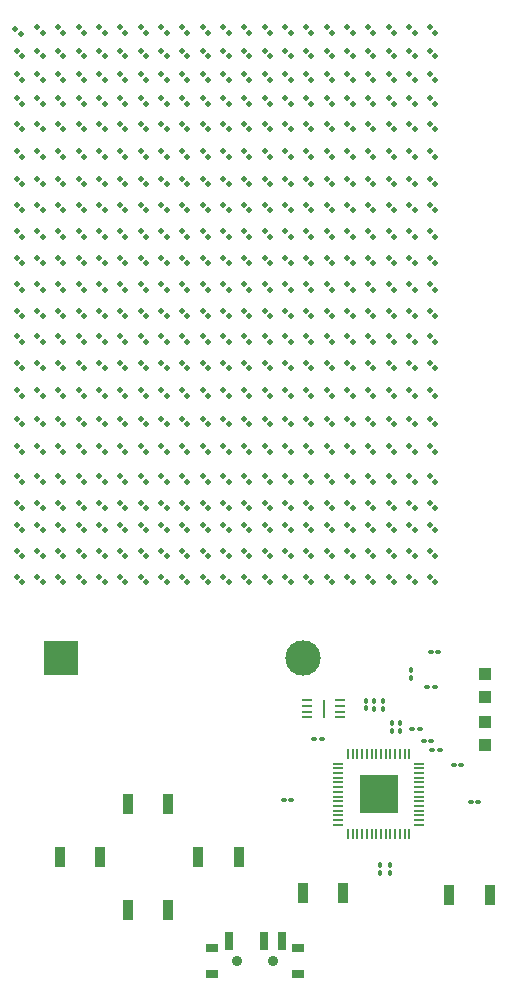
<source format=gbr>
%TF.GenerationSoftware,KiCad,Pcbnew,8.0.0*%
%TF.CreationDate,2024-03-20T12:42:59-05:00*%
%TF.ProjectId,tetrisBusinessCard,74657472-6973-4427-9573-696e65737343,rev?*%
%TF.SameCoordinates,Original*%
%TF.FileFunction,Soldermask,Top*%
%TF.FilePolarity,Negative*%
%FSLAX46Y46*%
G04 Gerber Fmt 4.6, Leading zero omitted, Abs format (unit mm)*
G04 Created by KiCad (PCBNEW 8.0.0) date 2024-03-20 12:42:59*
%MOMM*%
%LPD*%
G01*
G04 APERTURE LIST*
G04 Aperture macros list*
%AMRoundRect*
0 Rectangle with rounded corners*
0 $1 Rounding radius*
0 $2 $3 $4 $5 $6 $7 $8 $9 X,Y pos of 4 corners*
0 Add a 4 corners polygon primitive as box body*
4,1,4,$2,$3,$4,$5,$6,$7,$8,$9,$2,$3,0*
0 Add four circle primitives for the rounded corners*
1,1,$1+$1,$2,$3*
1,1,$1+$1,$4,$5*
1,1,$1+$1,$6,$7*
1,1,$1+$1,$8,$9*
0 Add four rect primitives between the rounded corners*
20,1,$1+$1,$2,$3,$4,$5,0*
20,1,$1+$1,$4,$5,$6,$7,0*
20,1,$1+$1,$6,$7,$8,$9,0*
20,1,$1+$1,$8,$9,$2,$3,0*%
G04 Aperture macros list end*
%ADD10RoundRect,0.100000X-0.162635X0.021213X0.021213X-0.162635X0.162635X-0.021213X-0.021213X0.162635X0*%
%ADD11RoundRect,0.100000X0.130000X0.100000X-0.130000X0.100000X-0.130000X-0.100000X0.130000X-0.100000X0*%
%ADD12RoundRect,0.100000X-0.100000X0.130000X-0.100000X-0.130000X0.100000X-0.130000X0.100000X0.130000X0*%
%ADD13R,1.000000X1.000000*%
%ADD14R,0.812800X0.254000*%
%ADD15R,0.203200X1.600200*%
%ADD16R,0.900000X1.700000*%
%ADD17R,1.000000X0.800000*%
%ADD18C,0.900000*%
%ADD19R,0.700000X1.500000*%
%ADD20R,0.812800X0.177800*%
%ADD21R,0.177800X0.812800*%
%ADD22R,3.200400X3.200400*%
%ADD23RoundRect,0.100000X0.100000X-0.130000X0.100000X0.130000X-0.100000X0.130000X-0.100000X-0.130000X0*%
%ADD24R,3.000000X3.000000*%
%ADD25C,3.000000*%
G04 APERTURE END LIST*
D10*
%TO.C,D56*%
X188106811Y-26059311D03*
X188559359Y-26511859D03*
%TD*%
%TO.C,D198*%
X196856811Y-41584311D03*
X197309359Y-42036859D03*
%TD*%
%TO.C,D290*%
X182856811Y-50464311D03*
X183309359Y-50916859D03*
%TD*%
%TO.C,D232*%
X210856811Y-46059311D03*
X211309359Y-46511859D03*
%TD*%
%TO.C,D68*%
X203856811Y-28084311D03*
X204309359Y-28536859D03*
%TD*%
%TO.C,D434*%
X188106811Y-66394311D03*
X188559359Y-66846859D03*
%TD*%
%TO.C,D57*%
X186356811Y-26059311D03*
X186809359Y-26511859D03*
%TD*%
%TO.C,D58*%
X184606811Y-26059311D03*
X185059359Y-26511859D03*
%TD*%
%TO.C,D74*%
X193356811Y-28084311D03*
X193809359Y-28536859D03*
%TD*%
%TO.C,D28*%
X200356811Y-24084311D03*
X200809359Y-24536859D03*
%TD*%
%TO.C,D430*%
X195106811Y-66394311D03*
X195559359Y-66846859D03*
%TD*%
%TO.C,D24*%
X207356811Y-24084311D03*
X207809359Y-24536859D03*
%TD*%
%TO.C,D22*%
X210856811Y-24084311D03*
X211309359Y-24536859D03*
%TD*%
D11*
%TO.C,C9*%
X201700000Y-82350000D03*
X201060000Y-82350000D03*
%TD*%
D10*
%TO.C,D242*%
X193356811Y-46059311D03*
X193809359Y-46511859D03*
%TD*%
%TO.C,D390*%
X191606811Y-62334311D03*
X192059359Y-62786859D03*
%TD*%
%TO.C,D264*%
X191606811Y-48239311D03*
X192059359Y-48691859D03*
%TD*%
%TO.C,D190*%
X210856811Y-41584311D03*
X211309359Y-42036859D03*
%TD*%
%TO.C,D399*%
X175856811Y-62334311D03*
X176309359Y-62786859D03*
%TD*%
%TO.C,D324*%
X196856811Y-55239311D03*
X197309359Y-55691859D03*
%TD*%
%TO.C,D302*%
X198606811Y-52809311D03*
X199059359Y-53261859D03*
%TD*%
%TO.C,D334*%
X179356811Y-55239311D03*
X179809359Y-55691859D03*
%TD*%
%TO.C,D201*%
X191606811Y-41584311D03*
X192059359Y-42036859D03*
%TD*%
%TO.C,D202*%
X189856811Y-41584311D03*
X190309359Y-42036859D03*
%TD*%
D12*
%TO.C,C12*%
X207500000Y-93025000D03*
X207500000Y-93665000D03*
%TD*%
D10*
%TO.C,D426*%
X202106811Y-66394311D03*
X202559359Y-66846859D03*
%TD*%
%TO.C,D180*%
X191606811Y-39334311D03*
X192059359Y-39786859D03*
%TD*%
%TO.C,D452*%
X193356811Y-68584311D03*
X193809359Y-69036859D03*
%TD*%
%TO.C,D90*%
X202106811Y-30239311D03*
X202559359Y-30691859D03*
%TD*%
%TO.C,D384*%
X202106811Y-62334311D03*
X202559359Y-62786859D03*
%TD*%
%TO.C,D422*%
X209106811Y-66394311D03*
X209559359Y-66846859D03*
%TD*%
D11*
%TO.C,C1*%
X211702500Y-83227500D03*
X211062500Y-83227500D03*
%TD*%
D10*
%TO.C,D411*%
X191606811Y-64194311D03*
X192059359Y-64646859D03*
%TD*%
%TO.C,D4*%
X205606811Y-22059311D03*
X206059359Y-22511859D03*
%TD*%
%TO.C,D355*%
X179356811Y-57559311D03*
X179809359Y-58011859D03*
%TD*%
%TO.C,D98*%
X188106811Y-30239311D03*
X188559359Y-30691859D03*
%TD*%
%TO.C,D361*%
X205606811Y-60084311D03*
X206059359Y-60536859D03*
%TD*%
%TO.C,D366*%
X196856811Y-60084311D03*
X197309359Y-60536859D03*
%TD*%
%TO.C,D27*%
X202106811Y-24084311D03*
X202559359Y-24536859D03*
%TD*%
%TO.C,D52*%
X195106812Y-26059310D03*
X195559360Y-26511858D03*
%TD*%
%TO.C,D26*%
X203856811Y-24084311D03*
X204309359Y-24536859D03*
%TD*%
%TO.C,D34*%
X189856811Y-24084311D03*
X190309359Y-24536859D03*
%TD*%
%TO.C,D197*%
X198606811Y-41584311D03*
X199059359Y-42036859D03*
%TD*%
%TO.C,D185*%
X182856811Y-39334311D03*
X183309359Y-39786859D03*
%TD*%
%TO.C,D30*%
X196856811Y-24084311D03*
X197309359Y-24536859D03*
%TD*%
%TO.C,D450*%
X196856811Y-68584311D03*
X197309359Y-69036859D03*
%TD*%
%TO.C,D453*%
X191606811Y-68584311D03*
X192059359Y-69036859D03*
%TD*%
%TO.C,D326*%
X193356811Y-55239311D03*
X193809359Y-55691859D03*
%TD*%
%TO.C,D273*%
X175856811Y-48239311D03*
X176309359Y-48691859D03*
%TD*%
%TO.C,D279*%
X202106811Y-50464311D03*
X202559359Y-50916859D03*
%TD*%
%TO.C,D266*%
X188106811Y-48239311D03*
X188559359Y-48691859D03*
%TD*%
D13*
%TO.C,REF\u002A\u002A*%
X215550000Y-82850000D03*
%TD*%
D10*
%TO.C,D121*%
X184606811Y-32559311D03*
X185059359Y-33011859D03*
%TD*%
D12*
%TO.C,C3*%
X206900000Y-79125000D03*
X206900000Y-79765000D03*
%TD*%
D10*
%TO.C,D269*%
X182856811Y-48239311D03*
X183309359Y-48691859D03*
%TD*%
%TO.C,D192*%
X207356811Y-41584311D03*
X207809359Y-42036859D03*
%TD*%
%TO.C,D109*%
X205606811Y-32559311D03*
X206059359Y-33011859D03*
%TD*%
%TO.C,D368*%
X193356811Y-60084311D03*
X193809359Y-60536859D03*
%TD*%
%TO.C,D14*%
X188106811Y-22059311D03*
X188559359Y-22511859D03*
%TD*%
%TO.C,D41*%
X177606811Y-24084311D03*
X178059359Y-24536859D03*
%TD*%
%TO.C,D439*%
X179356811Y-66384311D03*
X179809359Y-66836859D03*
%TD*%
%TO.C,D223*%
X189856811Y-43834311D03*
X190309359Y-44286859D03*
%TD*%
%TO.C,D437*%
X182856811Y-66394311D03*
X183309359Y-66846859D03*
%TD*%
%TO.C,D80*%
X182856812Y-28084310D03*
X183309360Y-28536858D03*
%TD*%
%TO.C,D50*%
X198606811Y-26059311D03*
X199059359Y-26511859D03*
%TD*%
%TO.C,D63*%
X175856811Y-26059311D03*
X176309359Y-26511859D03*
%TD*%
%TO.C,D275*%
X209106811Y-50464311D03*
X209559359Y-50916859D03*
%TD*%
%TO.C,D208*%
X179356811Y-41584311D03*
X179809359Y-42036859D03*
%TD*%
%TO.C,D292*%
X179356811Y-50464311D03*
X179809359Y-50916859D03*
%TD*%
%TO.C,D147*%
X175856811Y-34894311D03*
X176309359Y-35346859D03*
%TD*%
%TO.C,D195*%
X202106811Y-41584311D03*
X202559359Y-42036859D03*
%TD*%
%TO.C,D351*%
X186356811Y-57559311D03*
X186809359Y-58011859D03*
%TD*%
%TO.C,D99*%
X186356811Y-30239311D03*
X186809359Y-30691859D03*
%TD*%
%TO.C,D59*%
X182856811Y-26059311D03*
X183309359Y-26511859D03*
%TD*%
D13*
%TO.C,REF\u002A\u002A*%
X215550000Y-78800000D03*
%TD*%
D10*
%TO.C,D379*%
X210856811Y-62334311D03*
X211309359Y-62786859D03*
%TD*%
%TO.C,D376*%
X179356811Y-60084311D03*
X179809359Y-60536859D03*
%TD*%
%TO.C,D342*%
X202106811Y-57559311D03*
X202559359Y-58011859D03*
%TD*%
%TO.C,D409*%
X195106811Y-64194311D03*
X195559359Y-64646859D03*
%TD*%
%TO.C,D333*%
X181106811Y-55239311D03*
X181559359Y-55691859D03*
%TD*%
%TO.C,D220*%
X195106811Y-43834311D03*
X195559359Y-44286859D03*
%TD*%
%TO.C,D268*%
X184606811Y-48239311D03*
X185059359Y-48691859D03*
%TD*%
%TO.C,D35*%
X188106811Y-24084311D03*
X188559359Y-24536859D03*
%TD*%
%TO.C,D20*%
X177606811Y-22059311D03*
X178059359Y-22511859D03*
%TD*%
%TO.C,D295*%
X210856811Y-52809311D03*
X211309359Y-53261859D03*
%TD*%
%TO.C,D436*%
X184606811Y-66394311D03*
X185059359Y-66846859D03*
%TD*%
%TO.C,D454*%
X189856811Y-68584311D03*
X190309359Y-69036859D03*
%TD*%
D14*
%TO.C,U2*%
X200453200Y-78999999D03*
X200453200Y-79500000D03*
X200453200Y-80000000D03*
X200453200Y-80500001D03*
X203250000Y-80500001D03*
X203250000Y-80000000D03*
X203250000Y-79500000D03*
X203250000Y-78999999D03*
D15*
X201851600Y-79750000D03*
%TD*%
D10*
%TO.C,D116*%
X193356811Y-32559311D03*
X193809359Y-33011859D03*
%TD*%
%TO.C,D156*%
X196856811Y-37084311D03*
X197309359Y-37536859D03*
%TD*%
%TO.C,D120*%
X186356811Y-32559311D03*
X186809359Y-33011859D03*
%TD*%
%TO.C,D174*%
X202106811Y-39334311D03*
X202559359Y-39786859D03*
%TD*%
%TO.C,D66*%
X207356811Y-28084311D03*
X207809359Y-28536859D03*
%TD*%
%TO.C,D327*%
X191606811Y-55239311D03*
X192059359Y-55691859D03*
%TD*%
%TO.C,D134*%
X198606811Y-34894311D03*
X199059359Y-35346859D03*
%TD*%
%TO.C,D312*%
X181106811Y-52809311D03*
X181559359Y-53261859D03*
%TD*%
%TO.C,D33*%
X191606811Y-24084311D03*
X192059359Y-24536859D03*
%TD*%
%TO.C,D424*%
X205606811Y-66394311D03*
X206059359Y-66846859D03*
%TD*%
%TO.C,D241*%
X195106811Y-46059311D03*
X195559359Y-46511859D03*
%TD*%
%TO.C,D435*%
X186356811Y-66394311D03*
X186809359Y-66846859D03*
%TD*%
%TO.C,D86*%
X209106811Y-30239311D03*
X209559359Y-30691859D03*
%TD*%
%TO.C,D429*%
X196856811Y-66394311D03*
X197309359Y-66846859D03*
%TD*%
%TO.C,D393*%
X186356811Y-62334311D03*
X186809359Y-62786859D03*
%TD*%
%TO.C,D39*%
X181106811Y-24084311D03*
X181559359Y-24536859D03*
%TD*%
%TO.C,D154*%
X200356811Y-37084311D03*
X200809359Y-37536859D03*
%TD*%
D16*
%TO.C,SW5*%
X203500000Y-95400000D03*
X200099998Y-95400000D03*
%TD*%
D10*
%TO.C,D224*%
X188106811Y-43834311D03*
X188559359Y-44286859D03*
%TD*%
%TO.C,D389*%
X193356811Y-62334311D03*
X193809359Y-62786859D03*
%TD*%
%TO.C,D408*%
X196856811Y-64194311D03*
X197309359Y-64646859D03*
%TD*%
%TO.C,D75*%
X191606811Y-28084311D03*
X192059359Y-28536859D03*
%TD*%
%TO.C,D319*%
X205606811Y-55239311D03*
X206059359Y-55691859D03*
%TD*%
%TO.C,D303*%
X196856811Y-52809311D03*
X197309359Y-53261859D03*
%TD*%
%TO.C,D46*%
X205606811Y-26059311D03*
X206059359Y-26511859D03*
%TD*%
%TO.C,D449*%
X198606811Y-68584311D03*
X199059359Y-69036859D03*
%TD*%
%TO.C,D247*%
X184606811Y-46059311D03*
X185059359Y-46511859D03*
%TD*%
%TO.C,D136*%
X195106811Y-34894311D03*
X195559359Y-35346859D03*
%TD*%
%TO.C,D455*%
X188106811Y-68584311D03*
X188559359Y-69036859D03*
%TD*%
%TO.C,D225*%
X186356811Y-43834311D03*
X186809359Y-44286859D03*
%TD*%
D11*
%TO.C,R4*%
X211570000Y-74950000D03*
X210930000Y-74950000D03*
%TD*%
D10*
%TO.C,D441*%
X175856811Y-66394311D03*
X176309359Y-66846859D03*
%TD*%
%TO.C,D230*%
X177606811Y-43834311D03*
X178059359Y-44286859D03*
%TD*%
%TO.C,D205*%
X184606811Y-41584311D03*
X185059359Y-42036859D03*
%TD*%
%TO.C,D87*%
X207356811Y-30239311D03*
X207809359Y-30691859D03*
%TD*%
%TO.C,D128*%
X209106811Y-34894311D03*
X209559359Y-35346859D03*
%TD*%
%TO.C,D457*%
X184606811Y-68584311D03*
X185059359Y-69036859D03*
%TD*%
%TO.C,D459*%
X181106811Y-68584311D03*
X181559359Y-69036859D03*
%TD*%
%TO.C,D122*%
X182856811Y-32559311D03*
X183309359Y-33011859D03*
%TD*%
%TO.C,D343*%
X200356811Y-57559311D03*
X200809359Y-58011859D03*
%TD*%
%TO.C,D226*%
X184606811Y-43834311D03*
X185059359Y-44286859D03*
%TD*%
%TO.C,D388*%
X195106811Y-62334311D03*
X195559359Y-62786859D03*
%TD*%
%TO.C,D307*%
X189856811Y-52809311D03*
X190309359Y-53261859D03*
%TD*%
%TO.C,D346*%
X195106811Y-57559311D03*
X195559359Y-58011859D03*
%TD*%
%TO.C,D328*%
X189856811Y-55239311D03*
X190309359Y-55691859D03*
%TD*%
%TO.C,D406*%
X200356811Y-64194311D03*
X200809359Y-64646859D03*
%TD*%
%TO.C,D25*%
X205606811Y-24084311D03*
X206059359Y-24536859D03*
%TD*%
%TO.C,D391*%
X189856811Y-62334311D03*
X190309359Y-62786859D03*
%TD*%
%TO.C,D298*%
X205606811Y-52809311D03*
X206059359Y-53261859D03*
%TD*%
%TO.C,D127*%
X210856811Y-34894311D03*
X211309359Y-35346859D03*
%TD*%
%TO.C,D15*%
X186356811Y-22059311D03*
X186809359Y-22511859D03*
%TD*%
%TO.C,D374*%
X182856811Y-60084311D03*
X183309359Y-60536859D03*
%TD*%
%TO.C,D55*%
X189856811Y-26059311D03*
X190309359Y-26511859D03*
%TD*%
%TO.C,D432*%
X191606811Y-66394311D03*
X192059359Y-66846859D03*
%TD*%
%TO.C,D341*%
X203856811Y-57559311D03*
X204309359Y-58011859D03*
%TD*%
%TO.C,D256*%
X205606811Y-48239311D03*
X206059359Y-48691859D03*
%TD*%
%TO.C,D217*%
X200356811Y-43834311D03*
X200809359Y-44286859D03*
%TD*%
D12*
%TO.C,C7*%
X205400000Y-79097500D03*
X205400000Y-79737500D03*
%TD*%
D10*
%TO.C,D321*%
X202106811Y-55239311D03*
X202559359Y-55691859D03*
%TD*%
%TO.C,D357*%
X175856811Y-57559311D03*
X176309359Y-58011859D03*
%TD*%
%TO.C,D182*%
X188106811Y-39334311D03*
X188559359Y-39786859D03*
%TD*%
%TO.C,D150*%
X207356811Y-37084311D03*
X207809359Y-37536859D03*
%TD*%
%TO.C,D73*%
X195106811Y-28084311D03*
X195559359Y-28536859D03*
%TD*%
%TO.C,D177*%
X196856811Y-39334311D03*
X197309359Y-39786859D03*
%TD*%
%TO.C,D138*%
X191606811Y-34894311D03*
X192059359Y-35346859D03*
%TD*%
%TO.C,D315*%
X175856811Y-52809311D03*
X176309359Y-53261859D03*
%TD*%
%TO.C,D283*%
X195106811Y-50464311D03*
X195559359Y-50916859D03*
%TD*%
%TO.C,D288*%
X186356811Y-50464311D03*
X186809359Y-50916859D03*
%TD*%
%TO.C,D70*%
X200356811Y-28084311D03*
X200809359Y-28536859D03*
%TD*%
%TO.C,D89*%
X203856811Y-30239311D03*
X204309359Y-30691859D03*
%TD*%
%TO.C,D311*%
X182856811Y-52809311D03*
X183309359Y-53261859D03*
%TD*%
%TO.C,D442*%
X210856811Y-68584311D03*
X211309359Y-69036859D03*
%TD*%
%TO.C,D304*%
X195106811Y-52809311D03*
X195559359Y-53261859D03*
%TD*%
%TO.C,D88*%
X205606811Y-30239311D03*
X206059359Y-30691859D03*
%TD*%
%TO.C,D293*%
X177606811Y-50464311D03*
X178059359Y-50916859D03*
%TD*%
D17*
%TO.C,SW7*%
X192400000Y-100045000D03*
X192400000Y-102255000D03*
D18*
X194550000Y-101155000D03*
X197550000Y-101155000D03*
D17*
X199700000Y-100045000D03*
X199700000Y-102255000D03*
D19*
X193800000Y-99395000D03*
X196800000Y-99395000D03*
X198300000Y-99395000D03*
%TD*%
D10*
%TO.C,D32*%
X193356811Y-24084311D03*
X193809359Y-24536859D03*
%TD*%
%TO.C,D253*%
X210856811Y-48239311D03*
X211309359Y-48691859D03*
%TD*%
%TO.C,D369*%
X191606811Y-60084311D03*
X192059359Y-60536859D03*
%TD*%
%TO.C,D461*%
X177606811Y-68584311D03*
X178059359Y-69036859D03*
%TD*%
%TO.C,D168*%
X175856811Y-37084311D03*
X176309359Y-37536859D03*
%TD*%
%TO.C,D65*%
X209106811Y-28084311D03*
X209559359Y-28536859D03*
%TD*%
%TO.C,D218*%
X198606811Y-43834311D03*
X199059359Y-44286859D03*
%TD*%
%TO.C,D123*%
X181106811Y-32559311D03*
X181559359Y-33011859D03*
%TD*%
D13*
%TO.C,REF\u002A\u002A*%
X215550000Y-76800000D03*
%TD*%
D10*
%TO.C,D423*%
X207356811Y-66394311D03*
X207809359Y-66846859D03*
%TD*%
%TO.C,D214*%
X205606811Y-43834311D03*
X206059359Y-44286859D03*
%TD*%
%TO.C,D386*%
X198606811Y-62334311D03*
X199059359Y-62786859D03*
%TD*%
D16*
%TO.C,SW4*%
X188650000Y-96800000D03*
X185250000Y-96800000D03*
%TD*%
D10*
%TO.C,D31*%
X195106811Y-24084311D03*
X195559359Y-24536859D03*
%TD*%
%TO.C,D329*%
X188106811Y-55239311D03*
X188559359Y-55691859D03*
%TD*%
%TO.C,D448*%
X200356811Y-68584311D03*
X200809359Y-69036859D03*
%TD*%
%TO.C,D91*%
X200356811Y-30239311D03*
X200809359Y-30691859D03*
%TD*%
%TO.C,D29*%
X198606811Y-24084311D03*
X199059359Y-24536859D03*
%TD*%
%TO.C,D61*%
X179356811Y-26059311D03*
X179809359Y-26511859D03*
%TD*%
%TO.C,D111*%
X202106811Y-32559311D03*
X202559359Y-33011859D03*
%TD*%
%TO.C,D188*%
X177606811Y-39334311D03*
X178059359Y-39786859D03*
%TD*%
%TO.C,D316*%
X210856811Y-55239311D03*
X211309359Y-55691859D03*
%TD*%
%TO.C,D280*%
X200356811Y-50464311D03*
X200809359Y-50916859D03*
%TD*%
%TO.C,D373*%
X184606811Y-60084311D03*
X185059359Y-60536859D03*
%TD*%
%TO.C,D146*%
X177606811Y-34894311D03*
X178059359Y-35346859D03*
%TD*%
%TO.C,D259*%
X200356811Y-48239311D03*
X200809359Y-48691859D03*
%TD*%
%TO.C,D349*%
X189856811Y-57559311D03*
X190309359Y-58011859D03*
%TD*%
%TO.C,D396*%
X181106811Y-62334311D03*
X181559359Y-62786859D03*
%TD*%
%TO.C,D405*%
X202106811Y-64194311D03*
X202559359Y-64646859D03*
%TD*%
%TO.C,D17*%
X182856811Y-22059311D03*
X183309359Y-22511859D03*
%TD*%
%TO.C,D79*%
X184606811Y-28084311D03*
X185059359Y-28536859D03*
%TD*%
%TO.C,D323*%
X198606811Y-55239311D03*
X199059359Y-55691859D03*
%TD*%
%TO.C,D285*%
X191606811Y-50464311D03*
X192059359Y-50916859D03*
%TD*%
%TO.C,D416*%
X182856811Y-64194311D03*
X183309359Y-64646859D03*
%TD*%
%TO.C,D53*%
X193356811Y-26059311D03*
X193809359Y-26511859D03*
%TD*%
%TO.C,D308*%
X188106811Y-52809311D03*
X188559359Y-53261859D03*
%TD*%
%TO.C,D428*%
X198606811Y-66394311D03*
X199059359Y-66846859D03*
%TD*%
%TO.C,D10*%
X195106811Y-22059311D03*
X195559359Y-22511859D03*
%TD*%
D12*
%TO.C,C10*%
X206617500Y-93025000D03*
X206617500Y-93665000D03*
%TD*%
D10*
%TO.C,D43*%
X210856811Y-26059311D03*
X211309359Y-26511859D03*
%TD*%
%TO.C,D335*%
X177606811Y-55239311D03*
X178059359Y-55691859D03*
%TD*%
%TO.C,D236*%
X203856811Y-46059311D03*
X204309359Y-46511859D03*
%TD*%
%TO.C,D395*%
X182856811Y-62334311D03*
X183309359Y-62786859D03*
%TD*%
%TO.C,D211*%
X210856811Y-43834311D03*
X211309359Y-44286859D03*
%TD*%
%TO.C,D103*%
X179356811Y-30239311D03*
X179809359Y-30691859D03*
%TD*%
%TO.C,D78*%
X186356811Y-28084311D03*
X186809359Y-28536859D03*
%TD*%
D20*
%TO.C,U1*%
X203096400Y-84400000D03*
X203096400Y-84799999D03*
X203096400Y-85200001D03*
X203096400Y-85600000D03*
X203096400Y-85999999D03*
X203096400Y-86400001D03*
X203096400Y-86800000D03*
X203096400Y-87200000D03*
X203096400Y-87599999D03*
X203096400Y-88000001D03*
X203096400Y-88400000D03*
X203096400Y-88799999D03*
X203096400Y-89200001D03*
X203096400Y-89600000D03*
D21*
X203900000Y-90403600D03*
X204299999Y-90403600D03*
X204700001Y-90403600D03*
X205100000Y-90403600D03*
X205499999Y-90403600D03*
X205900001Y-90403600D03*
X206300000Y-90403600D03*
X206700000Y-90403600D03*
X207099999Y-90403600D03*
X207500001Y-90403600D03*
X207900000Y-90403600D03*
X208299999Y-90403600D03*
X208700001Y-90403600D03*
X209100000Y-90403600D03*
D20*
X209903600Y-89600000D03*
X209903600Y-89200001D03*
X209903600Y-88799999D03*
X209903600Y-88400000D03*
X209903600Y-88000001D03*
X209903600Y-87599999D03*
X209903600Y-87200000D03*
X209903600Y-86800000D03*
X209903600Y-86400001D03*
X209903600Y-85999999D03*
X209903600Y-85600000D03*
X209903600Y-85200001D03*
X209903600Y-84799999D03*
X209903600Y-84400000D03*
D21*
X209100000Y-83596400D03*
X208700001Y-83596400D03*
X208299999Y-83596400D03*
X207900000Y-83596400D03*
X207500001Y-83596400D03*
X207099999Y-83596400D03*
X206700000Y-83596400D03*
X206300000Y-83596400D03*
X205900001Y-83596400D03*
X205499999Y-83596400D03*
X205100000Y-83596400D03*
X204700001Y-83596400D03*
X204299999Y-83596400D03*
X203900000Y-83596400D03*
D22*
X206500000Y-87000000D03*
%TD*%
D10*
%TO.C,D446*%
X203856811Y-68584311D03*
X204309359Y-69036859D03*
%TD*%
%TO.C,D229*%
X179356811Y-43834311D03*
X179809359Y-44286859D03*
%TD*%
%TO.C,D277*%
X205606811Y-50464311D03*
X206059359Y-50916859D03*
%TD*%
%TO.C,D344*%
X198606811Y-57559311D03*
X199059359Y-58011859D03*
%TD*%
%TO.C,D272*%
X177606811Y-48239311D03*
X178059359Y-48691859D03*
%TD*%
%TO.C,D155*%
X198606811Y-37084311D03*
X199059359Y-37536859D03*
%TD*%
%TO.C,D289*%
X184606811Y-50464311D03*
X185059359Y-50916859D03*
%TD*%
%TO.C,D184*%
X184606811Y-39334311D03*
X185059359Y-39786859D03*
%TD*%
%TO.C,D84*%
X175856811Y-28084311D03*
X176309359Y-28536859D03*
%TD*%
%TO.C,D200*%
X193356811Y-41584311D03*
X193809359Y-42036859D03*
%TD*%
%TO.C,D131*%
X203856811Y-34894311D03*
X204309359Y-35346859D03*
%TD*%
%TO.C,D96*%
X191606811Y-30239311D03*
X192059359Y-30691859D03*
%TD*%
%TO.C,D250*%
X179356811Y-46059311D03*
X179809359Y-46511859D03*
%TD*%
%TO.C,D415*%
X184606811Y-64194311D03*
X185059359Y-64646859D03*
%TD*%
%TO.C,D114*%
X196856811Y-32559311D03*
X197309359Y-33011859D03*
%TD*%
%TO.C,D49*%
X200356811Y-26059311D03*
X200809359Y-26511859D03*
%TD*%
%TO.C,D309*%
X186356811Y-52809311D03*
X186809359Y-53261859D03*
%TD*%
%TO.C,D82*%
X179356811Y-28084311D03*
X179809359Y-28536859D03*
%TD*%
%TO.C,D417*%
X181106811Y-64194311D03*
X181559359Y-64646859D03*
%TD*%
%TO.C,D340*%
X205606811Y-57559311D03*
X206059359Y-58011859D03*
%TD*%
%TO.C,D380*%
X209106811Y-62334311D03*
X209559359Y-62786859D03*
%TD*%
%TO.C,D166*%
X179356811Y-37084311D03*
X179809359Y-37536859D03*
%TD*%
%TO.C,D276*%
X207356811Y-50464311D03*
X207809359Y-50916859D03*
%TD*%
%TO.C,D331*%
X184606811Y-55239311D03*
X185059359Y-55691859D03*
%TD*%
%TO.C,D402*%
X207356811Y-64194311D03*
X207809359Y-64646859D03*
%TD*%
%TO.C,D97*%
X189856811Y-30239311D03*
X190309359Y-30691859D03*
%TD*%
%TO.C,D458*%
X182856811Y-68584311D03*
X183309359Y-69036859D03*
%TD*%
%TO.C,D284*%
X193356811Y-50464311D03*
X193809359Y-50916859D03*
%TD*%
%TO.C,D400*%
X210856811Y-64194311D03*
X211309359Y-64646859D03*
%TD*%
%TO.C,D233*%
X209106811Y-46059311D03*
X209559359Y-46511859D03*
%TD*%
%TO.C,D113*%
X198606811Y-32559311D03*
X199059359Y-33011859D03*
%TD*%
%TO.C,D421*%
X210856811Y-66394311D03*
X211309359Y-66846859D03*
%TD*%
%TO.C,D301*%
X200356811Y-52809311D03*
X200809359Y-53261859D03*
%TD*%
%TO.C,D141*%
X186356811Y-34894311D03*
X186809359Y-35346859D03*
%TD*%
%TO.C,D69*%
X202106811Y-28084311D03*
X202559359Y-28536859D03*
%TD*%
D16*
%TO.C,SW6*%
X215900001Y-95500000D03*
X212499999Y-95500000D03*
%TD*%
D10*
%TO.C,D105*%
X175856811Y-30239311D03*
X176309359Y-30691859D03*
%TD*%
%TO.C,D215*%
X203856811Y-43834311D03*
X204309359Y-44286859D03*
%TD*%
%TO.C,D350*%
X188106811Y-57559311D03*
X188559359Y-58011859D03*
%TD*%
%TO.C,D92*%
X198606811Y-30239311D03*
X199059359Y-30691859D03*
%TD*%
%TO.C,D403*%
X205606811Y-64194311D03*
X206059359Y-64646859D03*
%TD*%
%TO.C,D194*%
X203856811Y-41584311D03*
X204309359Y-42036859D03*
%TD*%
%TO.C,D222*%
X191606811Y-43834311D03*
X192059359Y-44286859D03*
%TD*%
%TO.C,D142*%
X184606811Y-34894311D03*
X185059359Y-35346859D03*
%TD*%
%TO.C,D101*%
X182856811Y-30239311D03*
X183309359Y-30691859D03*
%TD*%
%TO.C,D167*%
X177606811Y-37084311D03*
X178059359Y-37536859D03*
%TD*%
%TO.C,D162*%
X186356811Y-37084311D03*
X186809359Y-37536859D03*
%TD*%
%TO.C,D317*%
X209106811Y-55239311D03*
X209559359Y-55691859D03*
%TD*%
%TO.C,D320*%
X203856811Y-55239311D03*
X204309359Y-55691859D03*
%TD*%
%TO.C,D413*%
X188106811Y-64194311D03*
X188559359Y-64646859D03*
%TD*%
%TO.C,D1*%
X210856811Y-22059311D03*
X211309359Y-22511859D03*
%TD*%
D16*
%TO.C,SW3*%
X194650000Y-92300000D03*
X191250000Y-92300000D03*
%TD*%
D10*
%TO.C,D193*%
X205606811Y-41584311D03*
X206059359Y-42036859D03*
%TD*%
%TO.C,D265*%
X189856811Y-48239311D03*
X190309359Y-48691859D03*
%TD*%
%TO.C,D433*%
X189856811Y-66394311D03*
X190309359Y-66846859D03*
%TD*%
%TO.C,D104*%
X177606811Y-30239311D03*
X178059359Y-30691859D03*
%TD*%
%TO.C,D67*%
X205606811Y-28084311D03*
X206059359Y-28536859D03*
%TD*%
%TO.C,D171*%
X207356811Y-39334311D03*
X207809359Y-39786859D03*
%TD*%
%TO.C,D8*%
X198606811Y-22059311D03*
X199059359Y-22511859D03*
%TD*%
%TO.C,D157*%
X195106811Y-37084311D03*
X195559359Y-37536859D03*
%TD*%
D11*
%TO.C,C4*%
X213500000Y-84500000D03*
X212860000Y-84500000D03*
%TD*%
D10*
%TO.C,D257*%
X203856811Y-48239311D03*
X204309359Y-48691859D03*
%TD*%
D16*
%TO.C,SW1*%
X188650000Y-87800000D03*
X185250000Y-87800000D03*
%TD*%
D10*
%TO.C,D336*%
X175856811Y-55239311D03*
X176309359Y-55691859D03*
%TD*%
%TO.C,D252*%
X175856811Y-46059311D03*
X176309359Y-46511859D03*
%TD*%
%TO.C,D115*%
X195106811Y-32559311D03*
X195559359Y-33011859D03*
%TD*%
%TO.C,D186*%
X181106811Y-39334311D03*
X181559359Y-39786859D03*
%TD*%
%TO.C,D278*%
X203856811Y-50464311D03*
X204309359Y-50916859D03*
%TD*%
%TO.C,D152*%
X203856811Y-37084311D03*
X204309359Y-37536859D03*
%TD*%
%TO.C,D204*%
X186356811Y-41584311D03*
X186809359Y-42036859D03*
%TD*%
%TO.C,D296*%
X209106811Y-52809311D03*
X209559359Y-53261859D03*
%TD*%
D11*
%TO.C,C5*%
X214952500Y-87700000D03*
X214312500Y-87700000D03*
%TD*%
D10*
%TO.C,D165*%
X181106811Y-37084311D03*
X181559359Y-37536859D03*
%TD*%
%TO.C,D363*%
X202106811Y-60084311D03*
X202559359Y-60536859D03*
%TD*%
%TO.C,D189*%
X175856811Y-39334311D03*
X176309359Y-39786859D03*
%TD*%
%TO.C,D175*%
X200356811Y-39334311D03*
X200809359Y-39786859D03*
%TD*%
%TO.C,D228*%
X181106811Y-43834311D03*
X181559359Y-44286859D03*
%TD*%
%TO.C,D348*%
X191606811Y-57559311D03*
X192059359Y-58011859D03*
%TD*%
%TO.C,D300*%
X202106811Y-52809311D03*
X202559359Y-53261859D03*
%TD*%
%TO.C,D62*%
X177606811Y-26059311D03*
X178059359Y-26511859D03*
%TD*%
%TO.C,D149*%
X209106811Y-37084311D03*
X209559359Y-37536859D03*
%TD*%
%TO.C,D140*%
X188106811Y-34894311D03*
X188559359Y-35346859D03*
%TD*%
%TO.C,D213*%
X207356811Y-43834311D03*
X207809359Y-44286859D03*
%TD*%
%TO.C,D117*%
X191606811Y-32559311D03*
X192059359Y-33011859D03*
%TD*%
%TO.C,D110*%
X203856811Y-32559311D03*
X204309359Y-33011859D03*
%TD*%
%TO.C,D382*%
X205606811Y-62334311D03*
X206059359Y-62786859D03*
%TD*%
%TO.C,D356*%
X177606811Y-57559311D03*
X178059359Y-58011859D03*
%TD*%
%TO.C,D294*%
X175856811Y-50464311D03*
X176309359Y-50916859D03*
%TD*%
%TO.C,D392*%
X188106811Y-62334311D03*
X188559359Y-62786859D03*
%TD*%
%TO.C,D12*%
X191606811Y-22059311D03*
X192059359Y-22511859D03*
%TD*%
%TO.C,D270*%
X181106811Y-48239311D03*
X181559359Y-48691859D03*
%TD*%
%TO.C,D282*%
X196856811Y-50464311D03*
X197309359Y-50916859D03*
%TD*%
%TO.C,D431*%
X193356811Y-66394311D03*
X193809359Y-66846859D03*
%TD*%
D11*
%TO.C,C11*%
X199102500Y-87450000D03*
X198462500Y-87450000D03*
%TD*%
D10*
%TO.C,D129*%
X207356811Y-34894311D03*
X207809359Y-35346859D03*
%TD*%
%TO.C,D170*%
X209106811Y-39334311D03*
X209559359Y-39786859D03*
%TD*%
%TO.C,D372*%
X186356811Y-60084311D03*
X186809359Y-60536859D03*
%TD*%
%TO.C,D227*%
X182856811Y-43834311D03*
X183309359Y-44286859D03*
%TD*%
%TO.C,D45*%
X207356811Y-26059311D03*
X207809359Y-26511859D03*
%TD*%
%TO.C,D219*%
X196856811Y-43834311D03*
X197309359Y-44286859D03*
%TD*%
%TO.C,D297*%
X207356811Y-52809311D03*
X207809359Y-53261859D03*
%TD*%
%TO.C,D125*%
X177606811Y-32559311D03*
X178059359Y-33011859D03*
%TD*%
%TO.C,D398*%
X177606811Y-62334311D03*
X178059359Y-62786859D03*
%TD*%
%TO.C,D306*%
X191606811Y-52809311D03*
X192059359Y-53261859D03*
%TD*%
%TO.C,D126*%
X175856811Y-32559311D03*
X176309359Y-33011859D03*
%TD*%
%TO.C,D176*%
X198606811Y-39334311D03*
X199059359Y-39786859D03*
%TD*%
%TO.C,D83*%
X177606811Y-28084311D03*
X178059359Y-28536859D03*
%TD*%
%TO.C,D404*%
X203856811Y-64194311D03*
X204309359Y-64646859D03*
%TD*%
%TO.C,D370*%
X189856811Y-60084311D03*
X190309359Y-60536859D03*
%TD*%
D13*
%TO.C,REF\u002A\u002A*%
X215550000Y-80850000D03*
%TD*%
D10*
%TO.C,D36*%
X186356811Y-24084311D03*
X186809359Y-24536859D03*
%TD*%
%TO.C,D72*%
X196856811Y-28084311D03*
X197309359Y-28536859D03*
%TD*%
%TO.C,D362*%
X203856811Y-60084311D03*
X204309359Y-60536859D03*
%TD*%
%TO.C,D71*%
X198606811Y-28084311D03*
X199059359Y-28536859D03*
%TD*%
%TO.C,D394*%
X184606811Y-62334311D03*
X185059359Y-62786859D03*
%TD*%
%TO.C,D451*%
X195106811Y-68584311D03*
X195559359Y-69036859D03*
%TD*%
%TO.C,D60*%
X181106811Y-26059311D03*
X181559359Y-26511859D03*
%TD*%
%TO.C,D77*%
X188106811Y-28084311D03*
X188559359Y-28536859D03*
%TD*%
%TO.C,D318*%
X207356811Y-55239311D03*
X207809359Y-55691859D03*
%TD*%
%TO.C,D255*%
X207356811Y-48239311D03*
X207809359Y-48691859D03*
%TD*%
%TO.C,D419*%
X177606811Y-64194311D03*
X178059359Y-64646859D03*
%TD*%
%TO.C,D444*%
X207356811Y-68584311D03*
X207809359Y-69036859D03*
%TD*%
%TO.C,D365*%
X198606811Y-60084311D03*
X199059359Y-60536859D03*
%TD*%
%TO.C,D345*%
X196856811Y-57559311D03*
X197309359Y-58011859D03*
%TD*%
D11*
%TO.C,R3*%
X211250000Y-77950000D03*
X210610000Y-77950000D03*
%TD*%
D10*
%TO.C,D286*%
X189856811Y-50464311D03*
X190309359Y-50916859D03*
%TD*%
%TO.C,D206*%
X182856811Y-41584311D03*
X183309359Y-42036859D03*
%TD*%
%TO.C,D18*%
X181106811Y-22059311D03*
X181559359Y-22511859D03*
%TD*%
%TO.C,D354*%
X181106811Y-57559311D03*
X181559359Y-58011859D03*
%TD*%
%TO.C,D325*%
X195106811Y-55239311D03*
X195559359Y-55691859D03*
%TD*%
%TO.C,D440*%
X177606811Y-66394311D03*
X178059359Y-66846859D03*
%TD*%
%TO.C,D209*%
X177606811Y-41584311D03*
X178059359Y-42036859D03*
%TD*%
%TO.C,D427*%
X200356811Y-66394311D03*
X200809359Y-66846859D03*
%TD*%
%TO.C,D169*%
X210856811Y-39334311D03*
X211309359Y-39786859D03*
%TD*%
%TO.C,D291*%
X181106811Y-50464311D03*
X181559359Y-50916859D03*
%TD*%
%TO.C,D124*%
X179356811Y-32559311D03*
X179809359Y-33011859D03*
%TD*%
%TO.C,D385*%
X200356811Y-62334311D03*
X200809359Y-62786859D03*
%TD*%
D23*
%TO.C,C13*%
X209202500Y-77152500D03*
X209202500Y-76512500D03*
%TD*%
D10*
%TO.C,D7*%
X200356811Y-22059311D03*
X200809359Y-22511859D03*
%TD*%
%TO.C,D139*%
X189856811Y-34894311D03*
X190309359Y-35346859D03*
%TD*%
%TO.C,D258*%
X202106811Y-48239311D03*
X202559359Y-48691859D03*
%TD*%
%TO.C,D95*%
X193356811Y-30239311D03*
X193809359Y-30691859D03*
%TD*%
%TO.C,D19*%
X179356811Y-22059311D03*
X179809359Y-22511859D03*
%TD*%
%TO.C,D371*%
X188106811Y-60084311D03*
X188559359Y-60536859D03*
%TD*%
%TO.C,D2*%
X209106811Y-22059311D03*
X209559359Y-22511859D03*
%TD*%
%TO.C,D418*%
X179356811Y-64194311D03*
X179809359Y-64646859D03*
%TD*%
%TO.C,D339*%
X207356811Y-57559311D03*
X207809359Y-58011859D03*
%TD*%
%TO.C,D76*%
X189856811Y-28084311D03*
X190309359Y-28536859D03*
%TD*%
%TO.C,D234*%
X207356811Y-46059311D03*
X207809359Y-46511859D03*
%TD*%
%TO.C,D358*%
X210856811Y-60084311D03*
X211309359Y-60536859D03*
%TD*%
D16*
%TO.C,SW2*%
X182950000Y-92300000D03*
X179550000Y-92300000D03*
%TD*%
D10*
%TO.C,D352*%
X184606811Y-57559311D03*
X185059359Y-58011859D03*
%TD*%
%TO.C,D337*%
X210856811Y-57559311D03*
X211309359Y-58011859D03*
%TD*%
%TO.C,D23*%
X209106811Y-24084311D03*
X209559359Y-24536859D03*
%TD*%
%TO.C,D159*%
X191606811Y-37084311D03*
X192059359Y-37536859D03*
%TD*%
%TO.C,D367*%
X195106811Y-60084311D03*
X195559359Y-60536859D03*
%TD*%
%TO.C,D37*%
X184606811Y-24084311D03*
X185059359Y-24536859D03*
%TD*%
%TO.C,D460*%
X179356811Y-68584311D03*
X179809359Y-69036859D03*
%TD*%
%TO.C,D381*%
X207356811Y-62334311D03*
X207809359Y-62786859D03*
%TD*%
%TO.C,D246*%
X186356811Y-46059311D03*
X186809359Y-46511859D03*
%TD*%
%TO.C,D310*%
X184606811Y-52809311D03*
X185059359Y-53261859D03*
%TD*%
%TO.C,D181*%
X189856811Y-39334311D03*
X190309359Y-39786859D03*
%TD*%
%TO.C,D251*%
X177606811Y-46059311D03*
X178059359Y-46511859D03*
%TD*%
%TO.C,D178*%
X195106811Y-39334311D03*
X195559359Y-39786859D03*
%TD*%
%TO.C,D305*%
X193356811Y-52809311D03*
X193809359Y-53261859D03*
%TD*%
%TO.C,D412*%
X189856811Y-64194311D03*
X190309359Y-64646859D03*
%TD*%
%TO.C,D6*%
X202106811Y-22059311D03*
X202559359Y-22511859D03*
%TD*%
%TO.C,D410*%
X193356811Y-64194311D03*
X193809359Y-64646859D03*
%TD*%
%TO.C,D172*%
X205606811Y-39334311D03*
X206059359Y-39786859D03*
%TD*%
%TO.C,D3*%
X207356811Y-22059311D03*
X207809359Y-22511859D03*
%TD*%
%TO.C,D274*%
X210856811Y-50464311D03*
X211309359Y-50916859D03*
%TD*%
%TO.C,D11*%
X193356811Y-22059311D03*
X193809359Y-22511859D03*
%TD*%
%TO.C,D353*%
X182856811Y-57559311D03*
X183309359Y-58011859D03*
%TD*%
D12*
%TO.C,C2*%
X206150000Y-79125000D03*
X206150000Y-79765000D03*
%TD*%
D10*
%TO.C,D314*%
X177606811Y-52809311D03*
X178059359Y-53261859D03*
%TD*%
%TO.C,D210*%
X175856811Y-41584311D03*
X176309359Y-42036859D03*
%TD*%
%TO.C,D173*%
X203856811Y-39334311D03*
X204309359Y-39786859D03*
%TD*%
%TO.C,D378*%
X175856811Y-60084311D03*
X176309359Y-60536859D03*
%TD*%
%TO.C,D364*%
X200356811Y-60084311D03*
X200809359Y-60536859D03*
%TD*%
%TO.C,D85*%
X210856811Y-30239311D03*
X211309359Y-30691859D03*
%TD*%
%TO.C,D106*%
X210856811Y-32559311D03*
X211309359Y-33011859D03*
%TD*%
%TO.C,D216*%
X202106811Y-43834311D03*
X202559359Y-44286859D03*
%TD*%
%TO.C,D347*%
X193356811Y-57559311D03*
X193809359Y-58011859D03*
%TD*%
%TO.C,D445*%
X205606811Y-68584311D03*
X206059359Y-69036859D03*
%TD*%
%TO.C,D456*%
X186356811Y-68584311D03*
X186809359Y-69036859D03*
%TD*%
%TO.C,D207*%
X181106811Y-41584311D03*
X181559359Y-42036859D03*
%TD*%
%TO.C,D40*%
X179356811Y-24084311D03*
X179809359Y-24536859D03*
%TD*%
%TO.C,D438*%
X181106811Y-66394311D03*
X181559359Y-66846859D03*
%TD*%
%TO.C,D231*%
X175856811Y-43834311D03*
X176309359Y-44286859D03*
%TD*%
%TO.C,D313*%
X179356811Y-52809311D03*
X179809359Y-53261859D03*
%TD*%
%TO.C,D179*%
X193356811Y-39334311D03*
X193809359Y-39786859D03*
%TD*%
%TO.C,D54*%
X191606811Y-26059311D03*
X192059359Y-26511859D03*
%TD*%
%TO.C,D407*%
X198606811Y-64194311D03*
X199059359Y-64646859D03*
%TD*%
%TO.C,D271*%
X179356811Y-48239311D03*
X179809359Y-48691859D03*
%TD*%
%TO.C,D153*%
X202106811Y-37084311D03*
X202559359Y-37536859D03*
%TD*%
%TO.C,D235*%
X205606811Y-46059311D03*
X206059359Y-46511859D03*
%TD*%
%TO.C,D244*%
X189856811Y-46059311D03*
X190309359Y-46511859D03*
%TD*%
%TO.C,D144*%
X181106811Y-34894311D03*
X181559359Y-35346859D03*
%TD*%
%TO.C,D262*%
X195106811Y-48239311D03*
X195559359Y-48691859D03*
%TD*%
%TO.C,D212*%
X209106811Y-43834311D03*
X209559359Y-44286859D03*
%TD*%
%TO.C,D196*%
X200356811Y-41584311D03*
X200809359Y-42036859D03*
%TD*%
%TO.C,D254*%
X209106811Y-48239311D03*
X209559359Y-48691859D03*
%TD*%
%TO.C,D238*%
X200356811Y-46059311D03*
X200809359Y-46511859D03*
%TD*%
D11*
%TO.C,C8*%
X210975000Y-82500000D03*
X210335000Y-82500000D03*
%TD*%
D10*
%TO.C,D377*%
X177606811Y-60084311D03*
X178059359Y-60536859D03*
%TD*%
%TO.C,D93*%
X196856811Y-30239311D03*
X197309359Y-30691859D03*
%TD*%
%TO.C,D447*%
X202106811Y-68584311D03*
X202559359Y-69036859D03*
%TD*%
%TO.C,D44*%
X209106811Y-26059311D03*
X209559359Y-26511859D03*
%TD*%
%TO.C,D199*%
X195106811Y-41584311D03*
X195559359Y-42036859D03*
%TD*%
%TO.C,D267*%
X186356811Y-48239311D03*
X186809359Y-48691859D03*
%TD*%
%TO.C,D281*%
X198606811Y-50464311D03*
X199059359Y-50916859D03*
%TD*%
%TO.C,D401*%
X209106811Y-64194311D03*
X209559359Y-64646859D03*
%TD*%
%TO.C,D383*%
X203856811Y-62334311D03*
X204309359Y-62786859D03*
%TD*%
%TO.C,D443*%
X209106811Y-68584311D03*
X209559359Y-69036859D03*
%TD*%
%TO.C,D51*%
X196856811Y-26059311D03*
X197309359Y-26511859D03*
%TD*%
%TO.C,D132*%
X202106811Y-34894311D03*
X202559359Y-35346859D03*
%TD*%
%TO.C,D239*%
X198606811Y-46059311D03*
X199059359Y-46511859D03*
%TD*%
%TO.C,D81*%
X181106811Y-28084311D03*
X181559359Y-28536859D03*
%TD*%
%TO.C,D237*%
X202106811Y-46059311D03*
X202559359Y-46511859D03*
%TD*%
%TO.C,D64*%
X210856811Y-28084311D03*
X211309359Y-28536859D03*
%TD*%
%TO.C,D48*%
X202106811Y-26059311D03*
X202559359Y-26511859D03*
%TD*%
%TO.C,D425*%
X203856811Y-66394311D03*
X204309359Y-66846859D03*
%TD*%
%TO.C,D151*%
X205606811Y-37084311D03*
X206059359Y-37536859D03*
%TD*%
%TO.C,D16*%
X184606811Y-22059311D03*
X185059359Y-22511859D03*
%TD*%
%TO.C,D203*%
X188106811Y-41584311D03*
X188559359Y-42036859D03*
%TD*%
%TO.C,D47*%
X203856811Y-26059311D03*
X204309359Y-26511859D03*
%TD*%
%TO.C,D163*%
X184606811Y-37084311D03*
X185059359Y-37536859D03*
%TD*%
%TO.C,D94*%
X195106811Y-30239311D03*
X195559359Y-30691859D03*
%TD*%
%TO.C,D221*%
X193356811Y-43834311D03*
X193809359Y-44286859D03*
%TD*%
%TO.C,D462*%
X175856811Y-68584311D03*
X176309359Y-69036859D03*
%TD*%
D11*
%TO.C,C6*%
X210000000Y-81500000D03*
X209360000Y-81500000D03*
%TD*%
D10*
%TO.C,D5*%
X203856811Y-22059311D03*
X204309359Y-22511859D03*
%TD*%
%TO.C,D148*%
X210856811Y-37084311D03*
X211309359Y-37536859D03*
%TD*%
%TO.C,D387*%
X196856811Y-62334311D03*
X197309359Y-62786859D03*
%TD*%
%TO.C,D130*%
X205606811Y-34894311D03*
X206059359Y-35346859D03*
%TD*%
%TO.C,D287*%
X188106811Y-50464311D03*
X188559359Y-50916859D03*
%TD*%
%TO.C,D158*%
X193356811Y-37084311D03*
X193809359Y-37536859D03*
%TD*%
%TO.C,D143*%
X182856811Y-34894311D03*
X183309359Y-35346859D03*
%TD*%
%TO.C,D164*%
X182856811Y-37084311D03*
X183309359Y-37536859D03*
%TD*%
%TO.C,D420*%
X175856811Y-64194311D03*
X176309359Y-64646859D03*
%TD*%
%TO.C,D299*%
X203856811Y-52809311D03*
X204309359Y-53261859D03*
%TD*%
%TO.C,D375*%
X181106811Y-60084311D03*
X181559359Y-60536859D03*
%TD*%
%TO.C,D9*%
X196856811Y-22059311D03*
X197309359Y-22511859D03*
%TD*%
%TO.C,D145*%
X179356811Y-34894311D03*
X179809359Y-35346859D03*
%TD*%
%TO.C,D260*%
X198606811Y-48239311D03*
X199059359Y-48691859D03*
%TD*%
%TO.C,D360*%
X207356811Y-60084311D03*
X207809359Y-60536859D03*
%TD*%
%TO.C,D133*%
X200356811Y-34894311D03*
X200809359Y-35346859D03*
%TD*%
%TO.C,D108*%
X207356811Y-32559311D03*
X207809359Y-33011859D03*
%TD*%
%TO.C,D191*%
X209106811Y-41584311D03*
X209559359Y-42036859D03*
%TD*%
%TO.C,D161*%
X188106811Y-37084311D03*
X188559359Y-37536859D03*
%TD*%
%TO.C,D38*%
X182856811Y-24084311D03*
X183309359Y-24536859D03*
%TD*%
%TO.C,D100*%
X184606811Y-30239311D03*
X185059359Y-30691859D03*
%TD*%
%TO.C,D245*%
X188106811Y-46059311D03*
X188559359Y-46511859D03*
%TD*%
%TO.C,D160*%
X189856811Y-37084311D03*
X190309359Y-37536859D03*
%TD*%
%TO.C,D414*%
X186356811Y-64194311D03*
X186809359Y-64646859D03*
%TD*%
%TO.C,D338*%
X209106811Y-57559311D03*
X209559359Y-58011859D03*
%TD*%
%TO.C,D261*%
X196856811Y-48239311D03*
X197309359Y-48691859D03*
%TD*%
%TO.C,D107*%
X209106811Y-32559311D03*
X209559359Y-33011859D03*
%TD*%
%TO.C,D21*%
X175729774Y-22179774D03*
X176182322Y-22632322D03*
%TD*%
%TO.C,D187*%
X179356811Y-39334311D03*
X179809359Y-39786859D03*
%TD*%
%TO.C,D332*%
X182856811Y-55239311D03*
X183309359Y-55691859D03*
%TD*%
%TO.C,D135*%
X196856811Y-34894311D03*
X197309359Y-35346859D03*
%TD*%
%TO.C,D263*%
X193356811Y-48239311D03*
X193809359Y-48691859D03*
%TD*%
%TO.C,D248*%
X182856811Y-46059311D03*
X183309359Y-46511859D03*
%TD*%
%TO.C,D42*%
X175856811Y-24084311D03*
X176309359Y-24536859D03*
%TD*%
%TO.C,D102*%
X181106811Y-30239311D03*
X181559359Y-30691859D03*
%TD*%
%TO.C,D137*%
X193356811Y-34894311D03*
X193809359Y-35346859D03*
%TD*%
%TO.C,D119*%
X188106811Y-32559311D03*
X188559359Y-33011859D03*
%TD*%
%TO.C,D183*%
X186356811Y-39334311D03*
X186809359Y-39786859D03*
%TD*%
%TO.C,D359*%
X209106811Y-60084311D03*
X209559359Y-60536859D03*
%TD*%
%TO.C,D240*%
X196856811Y-46059311D03*
X197309359Y-46511859D03*
%TD*%
%TO.C,D243*%
X191606811Y-46059311D03*
X192059359Y-46511859D03*
%TD*%
%TO.C,D13*%
X189856811Y-22059311D03*
X190309359Y-22511859D03*
%TD*%
%TO.C,D330*%
X186356811Y-55239311D03*
X186809359Y-55691859D03*
%TD*%
%TO.C,D397*%
X179356811Y-62334311D03*
X179809359Y-62786859D03*
%TD*%
%TO.C,D118*%
X189856811Y-32559311D03*
X190309359Y-33011859D03*
%TD*%
%TO.C,D322*%
X200356811Y-55239311D03*
X200809359Y-55691859D03*
%TD*%
%TO.C,D112*%
X200356811Y-32559311D03*
X200809359Y-33011859D03*
%TD*%
%TO.C,D249*%
X181106811Y-46059311D03*
X181559359Y-46511859D03*
%TD*%
D12*
%TO.C,R1*%
X207600000Y-80980000D03*
X207600000Y-81620000D03*
%TD*%
%TO.C,R2*%
X208350000Y-80975000D03*
X208350000Y-81615000D03*
%TD*%
D24*
%TO.C,BT1*%
X179610000Y-75450000D03*
D25*
X200100000Y-75450000D03*
%TD*%
M02*

</source>
